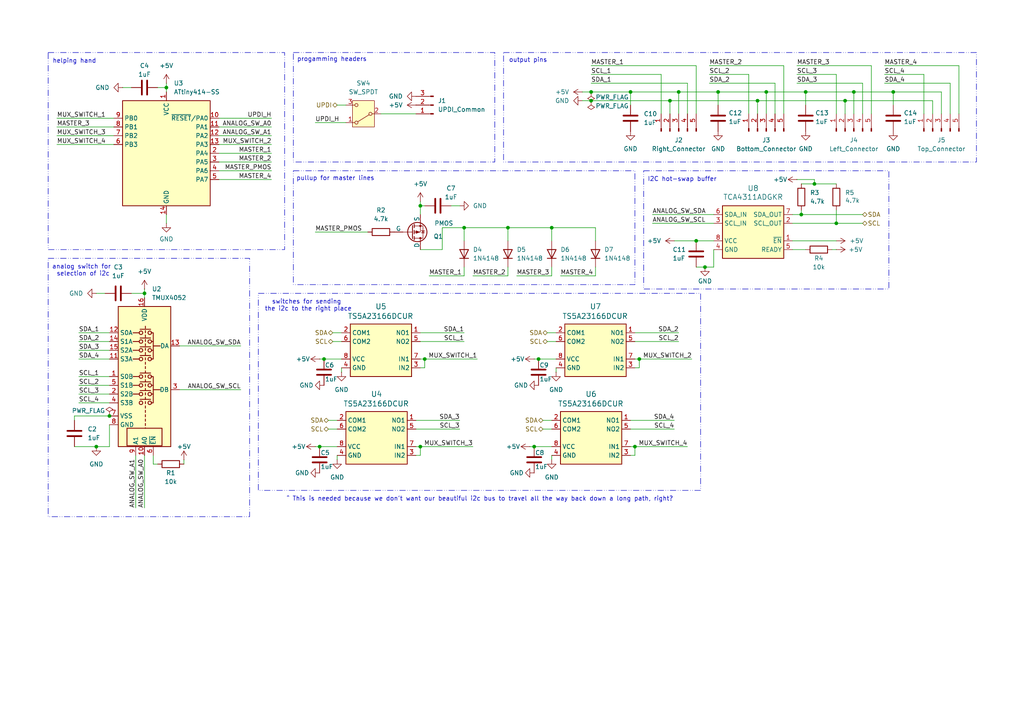
<source format=kicad_sch>
(kicad_sch (version 20250114) (generator "eeschema") (generator_version "9.0")
  (paper "A4")
  (title_block (title "Moonpad Modules") (date "2025-07-05") (rev "1") (company "moonbeeper"))
  (lib_symbols
    (symbol "Connector:Conn_01x03_Pin" (pin_names (offset 1.016) (hide yes))
      (property "Reference" "J" (at 0 5.08 0))
      (property "Value" "Conn_01x03_Pin" (at 0 -5.08 0))
      (symbol "Conn_01x03_Pin_1_1"
        (pin passive line (at 5.08 2.54 180) (length 3.81) (name "Pin_1") (number "1"))
        (pin passive line (at 5.08 0 180) (length 3.81) (name "Pin_2") (number "2"))
        (pin passive line (at 5.08 -2.54 180) (length 3.81) (name "Pin_3") (number "3"))
      )
    )
    (symbol "Connector:Conn_01x05_Pin" (pin_names (offset 1.016) (hide yes))
      (property "Reference" "J" (at 0 7.62 0))
      (property "Value" "Conn_01x05_Pin" (at 0 -7.62 0))
      (symbol "Conn_01x05_Pin_1_1"
        (pin passive line (at 5.08 5.08 180) (length 3.81) (name "Pin_1") (number "1"))
        (pin passive line (at 5.08 2.54 180) (length 3.81) (name "Pin_2") (number "2"))
        (pin passive line (at 5.08 0 180) (length 3.81) (name "Pin_3") (number "3"))
        (pin passive line (at 5.08 -2.54 180) (length 3.81) (name "Pin_4") (number "4"))
        (pin passive line (at 5.08 -5.08 180) (length 3.81) (name "Pin_5") (number "5"))
      )
    )
    (symbol "Device:C" (pin_numbers (hide yes)) (pin_names (offset 0.254))
      (property "Reference" "C" (at 0.635 2.54 0))
      (property "Value" "C" (at 0.635 -2.54 0))
      (symbol "C_1_1"
        (pin passive line (at 0 3.81 270) (length 2.794) (name "~") (number "1"))
        (pin passive line (at 0 -3.81 90) (length 2.794) (name "~") (number "2"))
      )
    )
    (symbol "Device:R" (pin_numbers (hide yes)) (pin_names (offset 0))
      (property "Reference" "R" (at 2.032 0 90))
      (property "Value" "R" (at 0 0 90))
      (symbol "R_1_1"
        (pin passive line (at 0 3.81 270) (length 1.27) (name "~") (number "1"))
        (pin passive line (at 0 -3.81 90) (length 1.27) (name "~") (number "2"))
      )
    )
    (symbol "Diode:1N4148" (pin_numbers (hide yes)) (pin_names (hide yes))
      (property "Reference" "D" (at 0 2.54 0))
      (property "Value" "1N4148" (at 0 -2.54 0))
      (symbol "1N4148_1_1"
        (pin passive line (at -3.81 0 0) (length 2.54) (name "K") (number "1"))
        (pin passive line (at 3.81 0 180) (length 2.54) (name "A") (number "2"))
      )
    )
    (symbol "MCU_Microchip_ATtiny:ATtiny414-SS"
      (property "Reference" "U" (at -12.7 16.51 0))
      (property "Value" "ATtiny414-SS" (at 2.54 -16.51 0))
      (symbol "ATtiny414-SS_1_1"
        (pin bidirectional line (at -15.24 10.16 0) (length 2.54) (name "PB0") (number "9"))
        (pin bidirectional line (at -15.24 7.62 0) (length 2.54) (name "PB1") (number "8"))
        (pin bidirectional line (at -15.24 5.08 0) (length 2.54) (name "PB2") (number "7"))
        (pin bidirectional line (at -15.24 2.54 0) (length 2.54) (name "PB3") (number "6"))
        (pin power_in line (at 0 17.78 270) (length 2.54) (name "VCC") (number "1"))
        (pin power_in line (at 0 -17.78 90) (length 2.54) (name "GND") (number "14"))
        (pin bidirectional line (at 15.24 10.16 180) (length 2.54) (name "~{RESET}/PA0") (number "10"))
        (pin bidirectional line (at 15.24 7.62 180) (length 2.54) (name "PA1") (number "11"))
        (pin bidirectional line (at 15.24 5.08 180) (length 2.54) (name "PA2") (number "12"))
        (pin bidirectional line (at 15.24 2.54 180) (length 2.54) (name "PA3") (number "13"))
        (pin bidirectional line (at 15.24 0 180) (length 2.54) (name "PA4") (number "2"))
        (pin bidirectional line (at 15.24 -2.54 180) (length 2.54) (name "PA5") (number "3"))
        (pin bidirectional line (at 15.24 -5.08 180) (length 2.54) (name "PA6") (number "4"))
        (pin bidirectional line (at 15.24 -7.62 180) (length 2.54) (name "PA7") (number "5"))
      )
    )
    (symbol "Simulation_SPICE:PMOS" (pin_numbers (hide yes)) (pin_names (offset 0))
      (property "Reference" "Q" (at 5.08 1.27 0))
      (property "Value" "PMOS" (at 5.08 -1.27 0))
      (symbol "PMOS_1_1"
        (pin input line (at -5.08 0 0) (length 2.54) (name "G") (number "2"))
        (pin passive line (at 2.54 5.08 270) (length 2.54) (name "D") (number "1"))
        (pin passive line (at 2.54 -5.08 90) (length 2.54) (name "S") (number "3"))
      )
    )
    (symbol "Switch:SW_SPDT" (pin_names (offset 0) (hide yes))
      (property "Reference" "SW" (at 0 5.08 0))
      (property "Value" "SW_SPDT" (at 0 -5.08 0))
      (symbol "SW_SPDT_1_1"
        (pin passive line (at -5.08 0 0) (length 2.54) (name "B") (number "2"))
        (pin passive line (at 5.08 2.54 180) (length 2.54) (name "A") (number "1"))
        (pin passive line (at 5.08 -2.54 180) (length 2.54) (name "C") (number "3"))
      )
    )
    (symbol "kicad_why:TCA4311ADGKR"
      (property "Reference" "U" (at 2.54 20.574 0))
      (property "Value" "TCA4311ADGKR" (at 2.54 17.526 0))
      (symbol "TCA4311ADGKR_1_1"
        (pin bidirectional line (at -11.43 12.7 0) (length 2.54) (name "SDA_IN") (number "6"))
        (pin bidirectional line (at -11.43 10.16 0) (length 2.54) (name "SCL_IN") (number "3"))
        (pin power_in line (at -11.43 5.08 0) (length 2.54) (name "VCC") (number "8"))
        (pin power_in line (at -11.43 2.54 0) (length 2.54) (name "GND") (number "4"))
        (pin bidirectional line (at 11.43 12.7 180) (length 2.54) (name "SDA_OUT") (number "7"))
        (pin bidirectional line (at 11.43 10.16 180) (length 2.54) (name "SCL_OUT") (number "2"))
        (pin input line (at 11.43 5.08 180) (length 2.54) (name "~{EN}") (number "1"))
        (pin input line (at 11.43 2.54 180) (length 2.54) (name "READY") (number "5"))
      )
    )
    (symbol "kicad_why:TMUX4052"
      (property "Reference" "U" (at 1.778 25.527 0))
      (property "Value" "TMUX4052" (at 1.778 23.622 0))
      (symbol "TMUX4052_1_1"
        (pin bidirectional line (at -10.16 13.97 0) (length 2.54) (name "S0A") (number "12"))
        (pin bidirectional line (at -10.16 11.43 0) (length 2.54) (name "S1A") (number "14"))
        (pin bidirectional line (at -10.16 8.89 0) (length 2.54) (name "S2A") (number "15"))
        (pin bidirectional line (at -10.16 6.35 0) (length 2.54) (name "S3A") (number "11"))
        (pin bidirectional line (at -10.16 1.27 0) (length 2.54) (name "S0B") (number "1"))
        (pin bidirectional line (at -10.16 -1.27 0) (length 2.54) (name "S1B") (number "5"))
        (pin bidirectional line (at -10.16 -3.81 0) (length 2.54) (name "S2B") (number "2"))
        (pin bidirectional line (at -10.16 -6.35 0) (length 2.54) (name "S3B") (number "4"))
        (pin power_in line (at -10.16 -10.16 0) (length 2.54) (name "VSS") (number "7"))
        (pin power_in line (at -10.16 -12.7 0) (length 2.54) (name "GND") (number "8"))
        (pin input line (at -2.54 -21.59 90) (length 2.54) (name "A1") (number "9"))
        (pin power_in line (at 0 24.13 270) (length 2.54) (name "VDD") (number "16"))
        (pin bidirectional line (at 0 -21.59 90) (length 2.54) (name "A0") (number "10"))
        (pin input line (at 2.54 -21.59 90) (length 2.54) (name "~{EN}") (number "6"))
        (pin bidirectional line (at 10.16 10.16 180) (length 2.54) (name "DA") (number "13"))
        (pin bidirectional line (at 10.16 -2.54 180) (length 2.54) (name "DB") (number "3"))
      )
    )
    (symbol "kicad_why:TS5A23166DCUR"
      (property "Reference" "U" (at 2.54 20.574 0))
      (property "Value" "TS5A23166DCUR" (at 2.54 17.526 0))
      (symbol "TS5A23166DCUR_1_1"
        (pin bidirectional line (at -11.43 12.7 0) (length 2.54) (name "COM1") (number "2"))
        (pin bidirectional line (at -11.43 10.16 0) (length 2.54) (name "COM2") (number "6"))
        (pin power_in line (at -11.43 5.08 0) (length 2.54) (name "VCC") (number "8"))
        (pin power_in line (at -11.43 2.54 0) (length 2.54) (name "GND") (number "4"))
        (pin bidirectional line (at 11.43 12.7 180) (length 2.54) (name "NO1") (number "1"))
        (pin bidirectional line (at 11.43 10.16 180) (length 2.54) (name "NO2") (number "5"))
        (pin input line (at 11.43 5.08 180) (length 2.54) (name "IN1") (number "7"))
        (pin input line (at 11.43 2.54 180) (length 2.54) (name "IN2") (number "3"))
      )
    )
    (symbol "power:+5V" (power) (pin_numbers (hide yes)) (pin_names (offset 0) (hide yes))
      (property "Value" "+5V" (at 0 3.556 0))
      (symbol "+5V_1_1"
        (pin power_in line (at 0 0 90) (length 0) (name "~") (number "1"))
      )
    )
    (symbol "power:GND" (power) (pin_numbers (hide yes)) (pin_names (offset 0) (hide yes))
      (property "Value" "GND" (at 0 -3.81 0))
      (symbol "GND_1_1"
        (pin power_in line (at 0 0 270) (length 0) (name "~") (number "1"))
      )
    )
    (symbol "power:PWR_FLAG" (power) (pin_numbers (hide yes)) (pin_names (offset 0) (hide yes))
      (property "Value" "PWR_FLAG" (at 0 3.81 0))
      (symbol "PWR_FLAG_0_0"
        (pin power_out line (at 0 0 90) (length 0) (name "~") (number "1"))
      )
    )
  )
  (rectangle (start 186.69 49.53) (end 257.81 83.82) (stroke (width 0) (type dash_dot_dot)))
  (rectangle (start 85.09 49.53) (end 184.15 82.55) (stroke (width 0) (type dash_dot_dot)))
  (rectangle (start 13.97 74.93) (end 72.39 149.86) (stroke (width 0) (type dash_dot_dot)))
  (rectangle (start 13.97 15.24) (end 82.55 72.39) (stroke (width 0) (type dash_dot_dot)))
  (rectangle (start 74.93 85.09) (end 203.2 142.24) (stroke (width 0) (type dash_dot_dot)))
  (rectangle (start 146.05 15.24) (end 283.21 46.99) (stroke (width 0) (type dash_dot_dot)))
  (rectangle (start 85.09 15.24) (end 143.51 46.99) (stroke (width 0) (type dash_dot_dot)))
  (text "helping hand" (at 21.59 17.78 0) (effects (font (size 1.27 1.27))))
  (text "progamming headers" (at 96.266 17.272 0) (effects (font (size 1.27 1.27))))
  (text "I2C hot-swap buffer" (at 197.866 52.07 0) (effects (font (size 1.27 1.27))))
  (text "pullup for master lines" (at 97.282 51.816 0) (effects (font (size 1.27 1.27))))
  (text "output pins\n" (at 153.162 17.526 0) (effects (font (size 1.27 1.27))))
  (text "switches for sending \nthe i2c to the right place" (at 89.408 88.646 0) (effects (font (size 1.27 1.27))))
  (text "^ This is needed because we don't want our beautiful i2c bus to travel all the way back down a long path, right?" (at 139.192 144.78 0) (effects (font (size 1.27 1.27))))
  (text "analog switch for \nselection of i2c" (at 24.13 78.486 0) (effects (font (size 1.27 1.27))))
  (junction (at 194.31 29.21))
  (junction (at 245.11 29.21))
  (junction (at 160.02 66.04))
  (junction (at 171.45 26.67))
  (junction (at 201.93 69.85))
  (junction (at 27.94 129.54))
  (junction (at 185.42 104.14))
  (junction (at 92.71 129.54))
  (junction (at 147.32 66.04))
  (junction (at 232.41 62.23))
  (junction (at 171.45 29.21))
  (junction (at 247.65 26.67))
  (junction (at 121.92 59.69))
  (junction (at 184.15 129.54))
  (junction (at 219.71 29.21))
  (junction (at 123.19 104.14))
  (junction (at 93.98 104.14))
  (junction (at 41.91 85.09))
  (junction (at 182.88 26.67))
  (junction (at 204.47 77.47))
  (junction (at 156.21 104.14))
  (junction (at 31.75 120.65))
  (junction (at 121.92 129.54))
  (junction (at 259.08 26.67))
  (junction (at 154.94 129.54))
  (junction (at 233.68 26.67))
  (junction (at 222.25 26.67))
  (junction (at 208.28 26.67))
  (junction (at 242.57 64.77))
  (junction (at 134.62 66.04))
  (junction (at 196.85 26.67))
  (junction (at 236.22 53.34))
  (junction (at 48.26 25.4))
  (wire (pts (xy 232.41 53.34) (xy 236.22 53.34)))
  (wire (pts (xy 222.25 26.67) (xy 233.68 26.67)))
  (wire (pts (xy 21.59 120.65) (xy 21.59 121.92)))
  (wire (pts (xy 196.85 26.67) (xy 196.85 33.02)))
  (wire (pts (xy 201.93 69.85) (xy 207.01 69.85)))
  (wire (pts (xy 259.08 26.67) (xy 259.08 30.48)))
  (wire (pts (xy 171.45 19.05) (xy 201.93 19.05)))
  (wire (pts (xy 48.26 25.4) (xy 48.26 26.67)))
  (wire (pts (xy 91.44 67.31) (xy 106.68 67.31)))
  (wire (pts (xy 196.85 99.06) (xy 184.15 99.06)))
  (wire (pts (xy 233.68 26.67) (xy 247.65 26.67)))
  (wire (pts (xy 160.02 133.35) (xy 160.02 132.08)))
  (wire (pts (xy 128.27 66.04) (xy 134.62 66.04)))
  (wire (pts (xy 172.72 66.04) (xy 160.02 66.04)))
  (wire (pts (xy 123.19 104.14) (xy 121.92 104.14)))
  (wire (pts (xy 194.31 29.21) (xy 194.31 33.02)))
  (wire (pts (xy 227.33 19.05) (xy 227.33 33.02)))
  (wire (pts (xy 195.58 124.46) (xy 182.88 124.46)))
  (wire (pts (xy 44.45 134.62) (xy 44.45 132.08)))
  (wire (pts (xy 182.88 132.08) (xy 184.15 132.08)))
  (wire (pts (xy 256.54 21.59) (xy 267.97 21.59)))
  (wire (pts (xy 45.72 25.4) (xy 48.26 25.4)))
  (wire (pts (xy 195.58 69.85) (xy 201.93 69.85)))
  (wire (pts (xy 184.15 106.68) (xy 185.42 106.68)))
  (wire (pts (xy 16.51 34.29) (xy 33.02 34.29)))
  (wire (pts (xy 242.57 64.77) (xy 229.87 64.77)))
  (wire (pts (xy 92.71 129.54) (xy 97.79 129.54)))
  (wire (pts (xy 217.17 21.59) (xy 217.17 33.02)))
  (wire (pts (xy 91.44 35.56) (xy 100.33 35.56)))
  (wire (pts (xy 93.98 104.14) (xy 99.06 104.14)))
  (wire (pts (xy 121.92 106.68) (xy 123.19 106.68)))
  (wire (pts (xy 63.5 44.45) (xy 78.74 44.45)))
  (wire (pts (xy 138.43 104.14) (xy 123.19 104.14)))
  (wire (pts (xy 133.35 59.69) (xy 130.81 59.69)))
  (wire (pts (xy 245.11 29.21) (xy 245.11 33.02)))
  (wire (pts (xy 161.29 107.95) (xy 161.29 106.68)))
  (wire (pts (xy 171.45 26.67) (xy 182.88 26.67)))
  (wire (pts (xy 95.25 124.46) (xy 97.79 124.46)))
  (wire (pts (xy 156.21 104.14) (xy 161.29 104.14)))
  (wire (pts (xy 229.87 69.85) (xy 242.57 69.85)))
  (wire (pts (xy 158.75 96.52) (xy 161.29 96.52)))
  (wire (pts (xy 205.74 21.59) (xy 217.17 21.59)))
  (wire (pts (xy 233.68 26.67) (xy 233.68 30.48)))
  (wire (pts (xy 110.49 33.02) (xy 120.65 33.02)))
  (wire (pts (xy 195.58 121.92) (xy 182.88 121.92)))
  (wire (pts (xy 242.57 64.77) (xy 250.19 64.77)))
  (wire (pts (xy 259.08 26.67) (xy 273.05 26.67)))
  (wire (pts (xy 231.14 21.59) (xy 242.57 21.59)))
  (wire (pts (xy 78.74 36.83) (xy 63.5 36.83)))
  (wire (pts (xy 204.47 77.47) (xy 207.01 77.47)))
  (wire (pts (xy 158.75 99.06) (xy 161.29 99.06)))
  (wire (pts (xy 219.71 29.21) (xy 245.11 29.21)))
  (wire (pts (xy 200.66 104.14) (xy 185.42 104.14)))
  (wire (pts (xy 22.86 96.52) (xy 31.75 96.52)))
  (wire (pts (xy 44.45 134.62) (xy 45.72 134.62)))
  (wire (pts (xy 27.94 129.54) (xy 31.75 129.54)))
  (wire (pts (xy 189.23 62.23) (xy 207.01 62.23)))
  (wire (pts (xy 16.51 39.37) (xy 33.02 39.37)))
  (wire (pts (xy 231.14 19.05) (xy 252.73 19.05)))
  (wire (pts (xy 256.54 24.13) (xy 275.59 24.13)))
  (wire (pts (xy 123.19 59.69) (xy 121.92 59.69)))
  (wire (pts (xy 78.74 34.29) (xy 63.5 34.29)))
  (wire (pts (xy 236.22 52.07) (xy 236.22 53.34)))
  (wire (pts (xy 78.74 39.37) (xy 63.5 39.37)))
  (wire (pts (xy 196.85 96.52) (xy 184.15 96.52)))
  (wire (pts (xy 21.59 129.54) (xy 27.94 129.54)))
  (wire (pts (xy 124.46 80.01) (xy 134.62 80.01)))
  (wire (pts (xy 121.92 59.69) (xy 121.92 58.42)))
  (wire (pts (xy 35.56 25.4) (xy 38.1 25.4)))
  (wire (pts (xy 171.45 24.13) (xy 199.39 24.13)))
  (wire (pts (xy 97.79 133.35) (xy 97.79 132.08)))
  (wire (pts (xy 172.72 77.47) (xy 172.72 80.01)))
  (wire (pts (xy 168.91 29.21) (xy 171.45 29.21)))
  (wire (pts (xy 147.32 77.47) (xy 147.32 80.01)))
  (wire (pts (xy 96.52 96.52) (xy 99.06 96.52)))
  (wire (pts (xy 247.65 26.67) (xy 247.65 33.02)))
  (wire (pts (xy 133.35 124.46) (xy 120.65 124.46)))
  (wire (pts (xy 39.37 147.32) (xy 39.37 132.08)))
  (wire (pts (xy 31.75 129.54) (xy 31.75 123.19)))
  (wire (pts (xy 208.28 26.67) (xy 222.25 26.67)))
  (wire (pts (xy 205.74 19.05) (xy 227.33 19.05)))
  (wire (pts (xy 133.35 121.92) (xy 120.65 121.92)))
  (wire (pts (xy 208.28 26.67) (xy 208.28 30.48)))
  (wire (pts (xy 121.92 59.69) (xy 121.92 62.23)))
  (wire (pts (xy 275.59 24.13) (xy 275.59 33.02)))
  (wire (pts (xy 121.92 132.08) (xy 121.92 129.54)))
  (wire (pts (xy 201.93 77.47) (xy 204.47 77.47)))
  (wire (pts (xy 154.94 129.54) (xy 160.02 129.54)))
  (wire (pts (xy 273.05 26.67) (xy 273.05 33.02)))
  (wire (pts (xy 96.52 99.06) (xy 99.06 99.06)))
  (wire (pts (xy 242.57 72.39) (xy 241.3 72.39)))
  (wire (pts (xy 168.91 26.67) (xy 171.45 26.67)))
  (wire (pts (xy 270.51 29.21) (xy 270.51 33.02)))
  (wire (pts (xy 185.42 104.14) (xy 184.15 104.14)))
  (wire (pts (xy 48.26 24.13) (xy 48.26 25.4)))
  (wire (pts (xy 232.41 62.23) (xy 229.87 62.23)))
  (wire (pts (xy 99.06 107.95) (xy 99.06 106.68)))
  (wire (pts (xy 184.15 129.54) (xy 182.88 129.54)))
  (wire (pts (xy 224.79 24.13) (xy 224.79 33.02)))
  (wire (pts (xy 95.25 121.92) (xy 97.79 121.92)))
  (wire (pts (xy 69.85 100.33) (xy 52.07 100.33)))
  (wire (pts (xy 160.02 69.85) (xy 160.02 66.04)))
  (wire (pts (xy 194.31 29.21) (xy 219.71 29.21)))
  (wire (pts (xy 27.94 85.09) (xy 30.48 85.09)))
  (wire (pts (xy 22.86 111.76) (xy 31.75 111.76)))
  (wire (pts (xy 196.85 26.67) (xy 208.28 26.67)))
  (wire (pts (xy 278.13 19.05) (xy 278.13 33.02)))
  (wire (pts (xy 231.14 52.07) (xy 236.22 52.07)))
  (wire (pts (xy 242.57 21.59) (xy 242.57 33.02)))
  (wire (pts (xy 147.32 66.04) (xy 160.02 66.04)))
  (wire (pts (xy 157.48 121.92) (xy 160.02 121.92)))
  (wire (pts (xy 78.74 52.07) (xy 63.5 52.07)))
  (wire (pts (xy 231.14 24.13) (xy 250.19 24.13)))
  (wire (pts (xy 22.86 109.22) (xy 31.75 109.22)))
  (wire (pts (xy 267.97 21.59) (xy 267.97 33.02)))
  (wire (pts (xy 154.94 104.14) (xy 156.21 104.14)))
  (wire (pts (xy 128.27 66.04) (xy 128.27 72.39)))
  (wire (pts (xy 199.39 129.54) (xy 184.15 129.54)))
  (wire (pts (xy 92.71 104.14) (xy 93.98 104.14)))
  (wire (pts (xy 222.25 26.67) (xy 222.25 33.02)))
  (wire (pts (xy 219.71 29.21) (xy 219.71 33.02)))
  (wire (pts (xy 120.65 132.08) (xy 121.92 132.08)))
  (wire (pts (xy 134.62 77.47) (xy 134.62 80.01)))
  (wire (pts (xy 147.32 69.85) (xy 147.32 66.04)))
  (wire (pts (xy 171.45 29.21) (xy 194.31 29.21)))
  (wire (pts (xy 33.02 36.83) (xy 16.51 36.83)))
  (wire (pts (xy 22.86 116.84) (xy 31.75 116.84)))
  (wire (pts (xy 189.23 64.77) (xy 207.01 64.77)))
  (wire (pts (xy 48.26 64.77) (xy 48.26 62.23)))
  (wire (pts (xy 184.15 132.08) (xy 184.15 129.54)))
  (wire (pts (xy 22.86 104.14) (xy 31.75 104.14)))
  (wire (pts (xy 242.57 60.96) (xy 242.57 64.77)))
  (wire (pts (xy 201.93 19.05) (xy 201.93 33.02)))
  (wire (pts (xy 199.39 24.13) (xy 199.39 33.02)))
  (wire (pts (xy 137.16 80.01) (xy 147.32 80.01)))
  (wire (pts (xy 31.75 120.65) (xy 21.59 120.65)))
  (wire (pts (xy 149.86 80.01) (xy 160.02 80.01)))
  (wire (pts (xy 252.73 19.05) (xy 252.73 33.02)))
  (wire (pts (xy 137.16 129.54) (xy 121.92 129.54)))
  (wire (pts (xy 247.65 26.67) (xy 259.08 26.67)))
  (wire (pts (xy 207.01 77.47) (xy 207.01 72.39)))
  (wire (pts (xy 182.88 26.67) (xy 196.85 26.67)))
  (wire (pts (xy 182.88 26.67) (xy 182.88 30.48)))
  (wire (pts (xy 41.91 147.32) (xy 41.91 132.08)))
  (wire (pts (xy 191.77 21.59) (xy 191.77 33.02)))
  (wire (pts (xy 171.45 21.59) (xy 191.77 21.59)))
  (wire (pts (xy 78.74 41.91) (xy 63.5 41.91)))
  (wire (pts (xy 91.44 129.54) (xy 92.71 129.54)))
  (wire (pts (xy 22.86 101.6) (xy 31.75 101.6)))
  (wire (pts (xy 232.41 60.96) (xy 232.41 62.23)))
  (wire (pts (xy 250.19 24.13) (xy 250.19 33.02)))
  (wire (pts (xy 232.41 62.23) (xy 250.19 62.23)))
  (wire (pts (xy 153.67 129.54) (xy 154.94 129.54)))
  (wire (pts (xy 22.86 99.06) (xy 31.75 99.06)))
  (wire (pts (xy 123.19 106.68) (xy 123.19 104.14)))
  (wire (pts (xy 245.11 29.21) (xy 270.51 29.21)))
  (wire (pts (xy 134.62 66.04) (xy 147.32 66.04)))
  (wire (pts (xy 185.42 106.68) (xy 185.42 104.14)))
  (wire (pts (xy 128.27 72.39) (xy 121.92 72.39)))
  (wire (pts (xy 172.72 69.85) (xy 172.72 66.04)))
  (wire (pts (xy 160.02 77.47) (xy 160.02 80.01)))
  (wire (pts (xy 162.56 80.01) (xy 172.72 80.01)))
  (wire (pts (xy 53.34 133.35) (xy 53.34 134.62)))
  (wire (pts (xy 256.54 19.05) (xy 278.13 19.05)))
  (wire (pts (xy 41.91 83.82) (xy 41.91 85.09)))
  (wire (pts (xy 22.86 114.3) (xy 31.75 114.3)))
  (wire (pts (xy 205.74 24.13) (xy 224.79 24.13)))
  (wire (pts (xy 69.85 113.03) (xy 52.07 113.03)))
  (wire (pts (xy 157.48 124.46) (xy 160.02 124.46)))
  (wire (pts (xy 236.22 53.34) (xy 242.57 53.34)))
  (wire (pts (xy 134.62 96.52) (xy 121.92 96.52)))
  (wire (pts (xy 16.51 41.91) (xy 33.02 41.91)))
  (wire (pts (xy 121.92 129.54) (xy 120.65 129.54)))
  (wire (pts (xy 38.1 85.09) (xy 41.91 85.09)))
  (wire (pts (xy 97.79 30.48) (xy 100.33 30.48)))
  (wire (pts (xy 78.74 49.53) (xy 63.5 49.53)))
  (wire (pts (xy 134.62 99.06) (xy 121.92 99.06)))
  (wire (pts (xy 134.62 69.85) (xy 134.62 66.04)))
  (wire (pts (xy 233.68 72.39) (xy 229.87 72.39)))
  (wire (pts (xy 41.91 85.09) (xy 41.91 86.36)))
  (wire (pts (xy 63.5 46.99) (xy 78.74 46.99)))
  (label "ANALOG_SW_A0" (at 78.74 36.83 180))
  (label "MASTER_3" (at 231.14 19.05 0))
  (label "MASTER_2" (at 205.74 19.05 0))
  (label "SCL_4" (at 22.86 116.84 0))
  (label "SCL_2" (at 196.85 99.06 180))
  (label "SDA_1" (at 171.45 24.13 0))
  (label "SCL_1" (at 134.62 99.06 180))
  (label "MASTER_3" (at 149.86 80.01 0))
  (label "SDA_3" (at 231.14 24.13 0))
  (label "SCL_3" (at 133.35 124.46 180))
  (label "MUX_SWITCH_1" (at 138.43 104.14 180))
  (label "MASTER_4" (at 162.56 80.01 0))
  (label "SCL_1" (at 22.86 109.22 0))
  (label "ANALOG_SW_A1" (at 39.37 147.32 90))
  (label "SDA_4" (at 256.54 24.13 0))
  (label "MUX_SWITCH_3" (at 16.51 39.37 0))
  (label "MASTER_2" (at 78.74 46.99 180))
  (label "SDA_3" (at 133.35 121.92 180))
  (label "SDA_4" (at 195.58 121.92 180))
  (label "MASTER_4" (at 78.74 52.07 180))
  (label "MUX_SWITCH_2" (at 200.66 104.14 180))
  (label "UPDI_H" (at 78.74 34.29 180))
  (label "SDA_4" (at 22.86 104.14 0))
  (label "SCL_2" (at 205.74 21.59 0))
  (label "ANALOG_SW_SDA" (at 69.85 100.33 180))
  (label "SDA_1" (at 22.86 96.52 0))
  (label "SDA_2" (at 196.85 96.52 180))
  (label "UPDI_H" (at 91.44 35.56 0))
  (label "MUX_SWITCH_2" (at 78.74 41.91 180))
  (label "SDA_3" (at 22.86 101.6 0))
  (label "MUX_SWITCH_4" (at 16.51 41.91 0))
  (label "SCL_2" (at 22.86 111.76 0))
  (label "SDA_1" (at 134.62 96.52 180))
  (label "SCL_4" (at 195.58 124.46 180))
  (label "SCL_3" (at 22.86 114.3 0))
  (label "SCL_1" (at 171.45 21.59 0))
  (label "SCL_3" (at 231.14 21.59 0))
  (label "ANALOG_SW_SCL" (at 69.85 113.03 180))
  (label "MASTER_1" (at 171.45 19.05 0))
  (label "SDA_2" (at 22.86 99.06 0))
  (label "MASTER_1" (at 78.74 44.45 180))
  (label "MASTER_3" (at 16.51 36.83 0))
  (label "SDA_2" (at 205.74 24.13 0))
  (label "MUX_SWITCH_4" (at 199.39 129.54 180))
  (label "MASTER_PMOS" (at 78.74 49.53 180))
  (label "MASTER_2" (at 137.16 80.01 0))
  (label "ANALOG_SW_SDA" (at 189.23 62.23 0))
  (label "MASTER_PMOS" (at 91.44 67.31 0))
  (label "MUX_SWITCH_1" (at 16.51 34.29 0))
  (label "ANALOG_SW_A0" (at 41.91 147.32 90))
  (label "ANALOG_SW_SCL" (at 189.23 64.77 0))
  (label "MASTER_4" (at 256.54 19.05 0))
  (label "MUX_SWITCH_3" (at 137.16 129.54 180))
  (label "MASTER_1" (at 124.46 80.01 0))
  (label "ANALOG_SW_A1" (at 78.74 39.37 180))
  (label "SCL_4" (at 256.54 21.59 0))
  (hierarchical_label "SDA" (shape bidirectional) (at 157.48 121.92 180))
  (hierarchical_label "UPDI" (shape bidirectional) (at 97.79 30.48 180))
  (hierarchical_label "SDA" (shape bidirectional) (at 158.75 96.52 180))
  (hierarchical_label "SCL" (shape bidirectional) (at 158.75 99.06 180))
  (hierarchical_label "SCL" (shape bidirectional) (at 157.48 124.46 180))
  (hierarchical_label "SCL" (shape bidirectional) (at 250.19 64.77 0))
  (hierarchical_label "SDA" (shape bidirectional) (at 95.25 121.92 180))
  (hierarchical_label "SDA" (shape bidirectional) (at 250.19 62.23 0))
  (hierarchical_label "SCL" (shape bidirectional) (at 96.52 99.06 180))
  (hierarchical_label "SDA" (shape bidirectional) (at 96.52 96.52 180))
  (hierarchical_label "SCL" (shape bidirectional) (at 95.25 124.46 180))
  (symbol (lib_id "power:+5V") (at 121.92 58.42 0) (unit 1)
    (property "Reference" "#PWR022" (effects (hide yes)))
    (property "Value" "+5V" (at 121.92 53.34 0))
    (property "Description" "Power symbol creates a global label with name \"+5V\"" (effects (hide yes)))
  )
  (symbol (lib_id "Device:R") (at 237.49 72.39 90) (unit 1)
    (property "Reference" "R4" (at 237.49 74.93 90))
    (property "Value" "10k" (at 237.49 77.47 90))
    (property "Footprint" "Resistor_SMD:R_0805_2012Metric_Pad1.20x1.40mm_HandSolder" (effects (hide yes)))
    (property "Description" "Resistor" (effects (hide yes)))
    (property "LCSC" "C17414" (effects (hide yes)))
  )
  (symbol (lib_id "power:+5V") (at 168.91 26.67 90) (unit 1)
    (property "Reference" "#PWR030" (effects (hide yes)))
    (property "Value" "+5V" (at 165.1 26.6699 90) (effects (justify left)))
    (property "Description" "Power symbol creates a global label with name \"+5V\"" (effects (hide yes)))
  )
  (symbol (lib_id "Device:C") (at 201.93 73.66 0) (unit 1)
    (property "Reference" "C11" (at 195.072 72.39 0) (effects (justify left)))
    (property "Value" "1uF" (at 195.072 74.93 0) (effects (justify left)))
    (property "Footprint" "Capacitor_SMD:C_0805_2012Metric_Pad1.18x1.45mm_HandSolder" (effects (hide yes)))
    (property "Description" "Unpolarized capacitor" (effects (hide yes)))
    (property "LCSC" "C116352" (effects (hide yes)))
  )
  (symbol (lib_id "Device:C") (at 259.08 34.29 0) (unit 1)
    (property "Reference" "C14" (at 262.128 32.766 0) (effects (justify left)))
    (property "Value" "1uF" (at 262.128 35.306 0) (effects (justify left)))
    (property "Footprint" "Capacitor_SMD:C_0805_2012Metric_Pad1.18x1.45mm_HandSolder" (effects (hide yes)))
    (property "Description" "Unpolarized capacitor" (effects (hide yes)))
    (property "LCSC" "C116352" (effects (hide yes)))
  )
  (symbol (lib_id "power:+5V") (at 92.71 104.14 90) (unit 1)
    (property "Reference" "#PWR015" (effects (hide yes)))
    (property "Value" "+5V" (at 89.916 104.14 90) (effects (justify left)))
    (property "Description" "Power symbol creates a global label with name \"+5V\"" (effects (hide yes)))
  )
  (symbol (lib_id "Device:C") (at 92.71 133.35 180) (unit 1)
    (property "Reference" "C5" (at 92.964 131.318 0) (effects (justify right)))
    (property "Value" "1uF" (at 92.964 135.382 0) (effects (justify right)))
    (property "Footprint" "Capacitor_SMD:C_0805_2012Metric_Pad1.18x1.45mm_HandSolder" (effects (hide yes)))
    (property "Description" "Unpolarized capacitor" (effects (hide yes)))
    (property "LCSC" "C116352" (effects (hide yes)))
  )
  (symbol (lib_id "power:GND") (at 97.79 133.35 0) (unit 1)
    (property "Reference" "#PWR018" (effects (hide yes)))
    (property "Value" "GND" (at 97.79 138.43 0))
    (property "Description" "Power symbol creates a global label with name \"GND\" , ground" (effects (hide yes)))
  )
  (symbol (lib_id "Device:C") (at 41.91 25.4 90) (unit 1)
    (property "Reference" "C4" (at 41.91 19.05 90))
    (property "Value" "1uF" (at 41.91 21.59 90))
    (property "Footprint" "Capacitor_SMD:C_0805_2012Metric_Pad1.18x1.45mm_HandSolder" (effects (hide yes)))
    (property "Description" "Unpolarized capacitor" (effects (hide yes)))
    (property "LCSC" "C116352" (effects (hide yes)))
  )
  (symbol (lib_id "power:+5V") (at 242.57 69.85 270) (unit 1)
    (property "Reference" "#PWR038" (effects (hide yes)))
    (property "Value" "+5V" (at 246.38 69.8499 90) (effects (justify left)))
    (property "Description" "Power symbol creates a global label with name \"+5V\"" (effects (hide yes)))
  )
  (symbol (lib_id "Connector:Conn_01x05_Pin") (at 222.25 38.1 90) (unit 1)
    (property "Reference" "J3" (at 222.25 40.64 90))
    (property "Value" "Bottom_Connector" (at 222.25 43.18 90))
    (property "Footprint" "Connector_PinHeader_2.54mm:PinHeader_1x05_P2.54mm_Vertical" (effects (hide yes)))
    (property "Description" "Generic connector, single row, 01x05, script generated" (effects (hide yes)))
  )
  (symbol (lib_id "power:+5V") (at 41.91 83.82 0) (unit 1)
    (property "Reference" "#PWR010" (effects (hide yes)))
    (property "Value" "+5V" (at 41.91 78.74 0))
    (property "Description" "Power symbol creates a global label with name \"+5V\"" (effects (hide yes)))
  )
  (symbol (lib_id "Device:C") (at 156.21 107.95 180) (unit 1)
    (property "Reference" "C9" (at 156.464 105.918 0) (effects (justify right)))
    (property "Value" "1uF" (at 156.464 109.982 0) (effects (justify right)))
    (property "Footprint" "Capacitor_SMD:C_0805_2012Metric_Pad1.18x1.45mm_HandSolder" (effects (hide yes)))
    (property "Description" "Unpolarized capacitor" (effects (hide yes)))
    (property "LCSC" "C116352" (effects (hide yes)))
  )
  (symbol (lib_id "Connector:Conn_01x05_Pin") (at 273.05 38.1 90) (unit 1)
    (property "Reference" "J5" (at 273.05 40.64 90))
    (property "Value" "Top_Connector" (at 273.05 43.18 90))
    (property "Footprint" "Connector_PinHeader_2.54mm:PinHeader_1x05_P2.54mm_Vertical" (effects (hide yes)))
    (property "Description" "Generic connector, single row, 01x05, script generated" (effects (hide yes)))
  )
  (symbol (lib_id "power:GND") (at 92.71 137.16 270) (unit 1)
    (property "Reference" "#PWR016" (effects (hide yes)))
    (property "Value" "GND" (at 89.662 137.16 90) (effects (justify right)))
    (property "Description" "Power symbol creates a global label with name \"GND\" , ground" (effects (hide yes)))
  )
  (symbol (lib_id "Device:C") (at 21.59 125.73 0) (unit 1)
    (property "Reference" "C2" (at 25.4 124.4599 0) (effects (justify left)))
    (property "Value" "1uF" (at 25.4 126.9999 0) (effects (justify left)))
    (property "Footprint" "Capacitor_SMD:C_0805_2012Metric_Pad1.18x1.45mm_HandSolder" (effects (hide yes)))
    (property "Description" "Unpolarized capacitor" (effects (hide yes)))
    (property "LCSC" "C116352" (effects (hide yes)))
  )
  (symbol (lib_id "Simulation_SPICE:PMOS") (at 119.38 67.31 0) (mirror x) (unit 1)
    (property "Reference" "Q1" (at 125.73 68.5801 0) (effects (justify left)))
    (property "Value" "PMOS" (at 125.984 64.77 0) (effects (justify left)))
    (property "Footprint" "kicad_why:SOT-23_Handsoldering" (effects (hide yes)))
    (property "Datasheet" "https://ngspice.sourceforge.io/docs/ngspice-html-manual/manual.xhtml#cha_MOSFETs" (effects (hide yes)))
    (property "Description" "P-MOSFET transistor, drain/source/gate" (effects (hide yes)))
    (property "Sim.Device" "PMOS" (effects (hide yes)))
    (property "Sim.Type" "VDMOS" (effects (hide yes)))
    (property "Sim.Pins" "1=D 2=G 3=S" (effects (hide yes)))
    (property "LCSC" "C15127" (effects (hide yes)))
  )
  (symbol (lib_id "Device:C") (at 127 59.69 270) (unit 1)
    (property "Reference" "C7" (at 130.81 54.61 90))
    (property "Value" "1uF" (at 130.81 57.15 90))
    (property "Footprint" "Capacitor_SMD:C_0805_2012Metric_Pad1.18x1.45mm_HandSolder" (effects (hide yes)))
    (property "Description" "Unpolarized capacitor" (effects (hide yes)))
    (property "LCSC" "C116352" (effects (hide yes)))
  )
  (symbol (lib_id "power:+5V") (at 153.67 129.54 90) (unit 1)
    (property "Reference" "#PWR024" (effects (hide yes)))
    (property "Value" "+5V" (at 150.876 129.54 90) (effects (justify left)))
    (property "Description" "Power symbol creates a global label with name \"+5V\"" (effects (hide yes)))
  )
  (symbol (lib_id "kicad_why:TS5A23166DCUR") (at 172.72 109.22 0) (unit 1)
    (property "Reference" "U7" (at 172.72 88.9 0) (effects (font (size 1.524 1.524))))
    (property "Value" "TS5A23166DCUR" (at 163.068 91.694 0) (effects (font (size 1.524 1.524)) (justify left)))
    (property "Footprint" "Package_SO:VSSOP-8_2.3x2mm_P0.5mm" (effects (hide yes)))
    (property "Datasheet" "https://www.ti.com/lit/ds/symlink/ts5a23166.pdf" (effects (hide yes)))
    (property "Description" "0.9-Ω dual SPST analog switch 5-V, 3.3V 2-channel normally open, VSSOP (8)" (effects (hide yes)))
    (property "LCSC" "C49148" (effects (hide yes)))
  )
  (symbol (lib_id "power:GND") (at 156.21 111.76 270) (unit 1)
    (property "Reference" "#PWR027" (effects (hide yes)))
    (property "Value" "GND" (at 153.162 111.76 90) (effects (justify right)))
    (property "Description" "Power symbol creates a global label with name \"GND\" , ground" (effects (hide yes)))
  )
  (symbol (lib_id "Diode:1N4148") (at 160.02 73.66 90) (unit 1)
    (property "Reference" "D6" (at 162.56 72.3899 90) (effects (justify right)))
    (property "Value" "1N4148" (at 162.56 74.9299 90) (effects (justify right)))
    (property "Footprint" "Diode_SMD:D_MiniMELF_Handsoldering" (effects (hide yes)))
    (property "Datasheet" "https://assets.nexperia.com/documents/data-sheet/1N4148_1N4448.pdf" (effects (hide yes)))
    (property "Description" "100V 0.15A standard switching diode, DO-35" (effects (hide yes)))
    (property "Sim.Device" "D" (effects (hide yes)))
    (property "Sim.Pins" "1=K 2=A" (effects (hide yes)))
    (property "LCSC" "C68883" (effects (hide yes)))
  )
  (symbol (lib_id "power:GND") (at 133.35 59.69 90) (unit 1)
    (property "Reference" "#PWR023" (effects (hide yes)))
    (property "Value" "GND" (at 137.16 59.6899 90) (effects (justify right)))
    (property "Description" "Power symbol creates a global label with name \"GND\" , ground" (effects (hide yes)))
  )
  (symbol (lib_id "Connector:Conn_01x05_Pin") (at 196.85 38.1 90) (unit 1)
    (property "Reference" "J2" (at 196.85 40.64 90))
    (property "Value" "Right_Connector" (at 196.85 43.18 90))
    (property "Footprint" "Connector_PinHeader_2.54mm:PinHeader_1x05_P2.54mm_Vertical" (effects (hide yes)))
    (property "Description" "Generic connector, single row, 01x05, script generated" (effects (hide yes)))
  )
  (symbol (lib_id "power:GND") (at 204.47 77.47 0) (unit 1)
    (property "Reference" "#PWR034" (effects (hide yes)))
    (property "Value" "GND" (at 204.47 81.534 0))
    (property "Description" "Power symbol creates a global label with name \"GND\" , ground" (effects (hide yes)))
  )
  (symbol (lib_id "Device:R") (at 242.57 57.15 0) (unit 1)
    (property "Reference" "R5" (at 245.11 55.8799 0) (effects (justify left)))
    (property "Value" "4.7k" (at 245.11 58.166 0) (effects (justify left)))
    (property "Footprint" "Resistor_SMD:R_0805_2012Metric_Pad1.20x1.40mm_HandSolder" (effects (hide yes)))
    (property "Description" "Resistor" (effects (hide yes)))
    (property "LCSC" "C60816" (effects (hide yes)))
  )
  (symbol (lib_id "power:+5V") (at 154.94 104.14 90) (unit 1)
    (property "Reference" "#PWR025" (effects (hide yes)))
    (property "Value" "+5V" (at 152.146 104.14 90) (effects (justify left)))
    (property "Description" "Power symbol creates a global label with name \"+5V\"" (effects (hide yes)))
  )
  (symbol (lib_id "power:+5V") (at 195.58 69.85 90) (unit 1)
    (property "Reference" "#PWR033" (effects (hide yes)))
    (property "Value" "+5V" (at 191.77 69.8499 90) (effects (justify left)))
    (property "Description" "Power symbol creates a global label with name \"+5V\"" (effects (hide yes)))
  )
  (symbol (lib_id "Device:R") (at 110.49 67.31 270) (unit 1)
    (property "Reference" "R2" (at 110.49 60.96 90))
    (property "Value" "4.7k" (at 110.49 63.5 90))
    (property "Footprint" "Resistor_SMD:R_0805_2012Metric_Pad1.20x1.40mm_HandSolder" (effects (hide yes)))
    (property "Description" "Resistor" (effects (hide yes)))
    (property "LCSC" "C60816" (effects (hide yes)))
  )
  (symbol (lib_id "power:GND") (at 168.91 29.21 270) (unit 1)
    (property "Reference" "#PWR031" (effects (hide yes)))
    (property "Value" "GND" (at 165.1 29.2099 90) (effects (justify right)))
    (property "Description" "Power symbol creates a global label with name \"GND\" , ground" (effects (hide yes)))
  )
  (symbol (lib_id "power:GND") (at 161.29 107.95 0) (unit 1)
    (property "Reference" "#PWR029" (effects (hide yes)))
    (property "Value" "GND" (at 161.29 113.03 0))
    (property "Description" "Power symbol creates a global label with name \"GND\" , ground" (effects (hide yes)))
  )
  (symbol (lib_id "power:GND") (at 208.28 38.1 0) (unit 1)
    (property "Reference" "#PWR035" (effects (hide yes)))
    (property "Value" "GND" (at 208.28 43.18 0))
    (property "Description" "Power symbol creates a global label with name \"GND\" , ground" (effects (hide yes)))
  )
  (symbol (lib_id "power:+5V") (at 53.34 133.35 0) (unit 1)
    (property "Reference" "#PWR013" (effects (hide yes)))
    (property "Value" "+5V" (at 53.34 129.54 0))
    (property "Description" "Power symbol creates a global label with name \"+5V\"" (effects (hide yes)))
  )
  (symbol (lib_id "Diode:1N4148") (at 134.62 73.66 90) (unit 1)
    (property "Reference" "D4" (at 137.16 72.3899 90) (effects (justify right)))
    (property "Value" "1N4148" (at 137.16 74.9299 90) (effects (justify right)))
    (property "Footprint" "Diode_SMD:D_MiniMELF_Handsoldering" (effects (hide yes)))
    (property "Datasheet" "https://assets.nexperia.com/documents/data-sheet/1N4148_1N4448.pdf" (effects (hide yes)))
    (property "Description" "100V 0.15A standard switching diode, DO-35" (effects (hide yes)))
    (property "Sim.Device" "D" (effects (hide yes)))
    (property "Sim.Pins" "1=K 2=A" (effects (hide yes)))
    (property "LCSC" "C68883" (effects (hide yes)))
  )
  (symbol (lib_id "Switch:SW_SPDT") (at 105.41 33.02 180) (unit 1)
    (property "Reference" "SW4" (at 105.41 24.13 0))
    (property "Value" "SW_SPDT" (at 105.41 26.67 0))
    (property "Footprint" "MSS12C02LS:SW-SMD_MSS12C02LS-HB2.0-1" (effects (hide yes)))
    (property "Description" "Switch, single pole double throw" (effects (hide yes)))
    (property "LCSC" "C3008584" (effects (hide yes)))
  )
  (symbol (lib_id "power:GND") (at 35.56 25.4 270) (unit 1)
    (property "Reference" "#PWR09" (effects (hide yes)))
    (property "Value" "GND" (at 31.75 25.3999 90) (effects (justify right)))
    (property "Description" "Power symbol creates a global label with name \"GND\" , ground" (effects (hide yes)))
  )
  (symbol (lib_id "power:GND") (at 27.94 129.54 0) (unit 1)
    (property "Reference" "#PWR08" (effects (hide yes)))
    (property "Value" "GND" (at 27.94 134.62 0))
    (property "Description" "Power symbol creates a global label with name \"GND\" , ground" (effects (hide yes)))
  )
  (symbol (lib_id "power:GND") (at 182.88 38.1 0) (unit 1)
    (property "Reference" "#PWR032" (effects (hide yes)))
    (property "Value" "GND" (at 182.88 43.18 0))
    (property "Description" "Power symbol creates a global label with name \"GND\" , ground" (effects (hide yes)))
  )
  (symbol (lib_id "power:+5V") (at 120.65 30.48 90) (unit 1)
    (property "Reference" "#PWR021" (effects (hide yes)))
    (property "Value" "+5V" (at 116.84 30.4799 90) (effects (justify left)))
    (property "Description" "Power symbol creates a global label with name \"+5V\"" (effects (hide yes)))
  )
  (symbol (lib_id "power:GND") (at 99.06 107.95 0) (unit 1)
    (property "Reference" "#PWR019" (effects (hide yes)))
    (property "Value" "GND" (at 99.06 113.03 0))
    (property "Description" "Power symbol creates a global label with name \"GND\" , ground" (effects (hide yes)))
  )
  (symbol (lib_id "Device:C") (at 208.28 34.29 0) (unit 1)
    (property "Reference" "C12" (at 211.328 32.766 0) (effects (justify left)))
    (property "Value" "1uF" (at 211.328 35.306 0) (effects (justify left)))
    (property "Footprint" "Capacitor_SMD:C_0805_2012Metric_Pad1.18x1.45mm_HandSolder" (effects (hide yes)))
    (property "Description" "Unpolarized capacitor" (effects (hide yes)))
    (property "LCSC" "C116352" (effects (hide yes)))
  )
  (symbol (lib_id "Device:C") (at 34.29 85.09 90) (unit 1)
    (property "Reference" "C3" (at 34.29 77.47 90))
    (property "Value" "1uF" (at 34.29 80.01 90))
    (property "Footprint" "Capacitor_SMD:C_0805_2012Metric_Pad1.18x1.45mm_HandSolder" (effects (hide yes)))
    (property "Description" "Unpolarized capacitor" (effects (hide yes)))
    (property "LCSC" "C116352" (effects (hide yes)))
  )
  (symbol (lib_id "Diode:1N4148") (at 172.72 73.66 90) (unit 1)
    (property "Reference" "D7" (at 175.26 72.3899 90) (effects (justify right)))
    (property "Value" "1N4148" (at 175.26 74.9299 90) (effects (justify right)))
    (property "Footprint" "Diode_SMD:D_MiniMELF_Handsoldering" (effects (hide yes)))
    (property "Datasheet" "https://assets.nexperia.com/documents/data-sheet/1N4148_1N4448.pdf" (effects (hide yes)))
    (property "Description" "100V 0.15A standard switching diode, DO-35" (effects (hide yes)))
    (property "Sim.Device" "D" (effects (hide yes)))
    (property "Sim.Pins" "1=K 2=A" (effects (hide yes)))
    (property "LCSC" "C68883" (effects (hide yes)))
  )
  (symbol (lib_id "kicad_why:TMUX4052") (at 41.91 110.49 0) (unit 1)
    (property "Reference" "U2" (at 44.0533 83.82 0) (effects (justify left)))
    (property "Value" "TMUX4052" (at 44.0533 86.36 0) (effects (justify left)))
    (property "Footprint" "Package_SO:TSSOP-16_4.4x5mm_P0.65mm" (effects (hide yes)))
    (property "Datasheet" "https://www.ti.com/lit/ds/symlink/tmux4052.pdf" (effects (hide yes)))
    (property "Description" "TMUX4052 24V, 4:1, 2-Channel with 1.8V Logic, TSSOP-16" (effects (hide yes)))
    (property "LCSC" "C7362466" (effects (hide yes)))
  )
  (symbol (lib_id "power:+5V") (at 91.44 129.54 90) (unit 1)
    (property "Reference" "#PWR014" (effects (hide yes)))
    (property "Value" "+5V" (at 88.646 129.54 90) (effects (justify left)))
    (property "Description" "Power symbol creates a global label with name \"+5V\"" (effects (hide yes)))
  )
  (symbol (lib_id "power:PWR_FLAG") (at 31.75 120.65 0) (unit 1)
    (property "Reference" "#FLG01" (effects (hide yes)))
    (property "Value" "PWR_FLAG" (at 25.654 119.126 0))
    (property "Description" "Special symbol for telling ERC where power comes from" (effects (hide yes)))
  )
  (symbol (lib_id "MCU_Microchip_ATtiny:ATtiny414-SS") (at 48.26 44.45 0) (unit 1)
    (property "Reference" "U3" (at 50.4033 24.13 0) (effects (justify left)))
    (property "Value" "ATtiny414-SS" (at 50.4033 26.67 0) (effects (justify left)))
    (property "Footprint" "Package_SO:SOIC-14_3.9x8.7mm_P1.27mm" (effects (hide yes)))
    (property "Datasheet" "http://ww1.microchip.com/downloads/en/DeviceDoc/40001912A.pdf" (effects (hide yes)))
    (property "Description" "20MHz, 4kB Flash, 256B SRAM, 128B EEPROM, SOIC-14" (effects (hide yes)))
    (property "LCSC" "C1338163" (effects (hide yes)))
  )
  (symbol (lib_id "Device:R") (at 49.53 134.62 90) (unit 1)
    (property "Reference" "R1" (at 49.53 137.16 90))
    (property "Value" "10k" (at 49.53 139.7 90))
    (property "Footprint" "Resistor_SMD:R_0805_2012Metric_Pad1.20x1.40mm_HandSolder" (effects (hide yes)))
    (property "Description" "Resistor" (effects (hide yes)))
    (property "LCSC" "C17414" (effects (hide yes)))
  )
  (symbol (lib_id "power:GND") (at 160.02 133.35 0) (unit 1)
    (property "Reference" "#PWR028" (effects (hide yes)))
    (property "Value" "GND" (at 160.02 138.43 0))
    (property "Description" "Power symbol creates a global label with name \"GND\" , ground" (effects (hide yes)))
  )
  (symbol (lib_id "Connector:Conn_01x03_Pin") (at 125.73 30.48 180) (unit 1)
    (property "Reference" "J1" (at 127 29.2099 0) (effects (justify right)))
    (property "Value" "UPDI_Common" (at 127 31.7499 0) (effects (justify right)))
    (property "Footprint" "Connector_PinHeader_2.54mm:PinHeader_1x03_P2.54mm_Vertical" (effects (hide yes)))
    (property "Description" "Generic connector, single row, 01x03, script generated" (effects (hide yes)))
  )
  (symbol (lib_id "power:GND") (at 48.26 64.77 0) (unit 1)
    (property "Reference" "#PWR012" (effects (hide yes)))
    (property "Value" "GND" (at 48.26 69.342 0))
    (property "Description" "Power symbol creates a global label with name \"GND\" , ground" (effects (hide yes)))
  )
  (symbol (lib_id "power:GND") (at 93.98 111.76 270) (unit 1)
    (property "Reference" "#PWR017" (effects (hide yes)))
    (property "Value" "GND" (at 90.932 111.76 90) (effects (justify right)))
    (property "Description" "Power symbol creates a global label with name \"GND\" , ground" (effects (hide yes)))
  )
  (symbol (lib_id "power:GND") (at 259.08 38.1 0) (unit 1)
    (property "Reference" "#PWR040" (effects (hide yes)))
    (property "Value" "GND" (at 259.08 43.18 0))
    (property "Description" "Power symbol creates a global label with name \"GND\" , ground" (effects (hide yes)))
  )
  (symbol (lib_id "Connector:Conn_01x05_Pin") (at 247.65 38.1 90) (unit 1)
    (property "Reference" "J4" (at 247.65 40.64 90))
    (property "Value" "Left_Connector" (at 247.65 43.18 90))
    (property "Footprint" "Connector_PinHeader_2.54mm:PinHeader_1x05_P2.54mm_Vertical" (effects (hide yes)))
    (property "Description" "Generic connector, single row, 01x05, script generated" (effects (hide yes)))
  )
  (symbol (lib_id "Device:C") (at 233.68 34.29 0) (unit 1)
    (property "Reference" "C13" (at 236.474 32.766 0) (effects (justify left)))
    (property "Value" "1uF" (at 236.474 35.306 0) (effects (justify left)))
    (property "Footprint" "Capacitor_SMD:C_0805_2012Metric_Pad1.18x1.45mm_HandSolder" (effects (hide yes)))
    (property "Description" "Unpolarized capacitor" (effects (hide yes)))
    (property "LCSC" "C116352" (effects (hide yes)))
  )
  (symbol (lib_id "power:PWR_FLAG") (at 171.45 26.67 180) (unit 1)
    (property "Reference" "#FLG02" (effects (hide yes)))
    (property "Value" "PWR_FLAG" (at 177.546 28.194 0))
    (property "Description" "Special symbol for telling ERC where power comes from" (effects (hide yes)))
  )
  (symbol (lib_id "power:GND") (at 27.94 85.09 270) (unit 1)
    (property "Reference" "#PWR07" (effects (hide yes)))
    (property "Value" "GND" (at 24.13 85.0899 90) (effects (justify right)))
    (property "Description" "Power symbol creates a global label with name \"GND\" , ground" (effects (hide yes)))
  )
  (symbol (lib_id "Device:R") (at 232.41 57.15 0) (unit 1)
    (property "Reference" "R3" (at 234.95 55.8799 0) (effects (justify left)))
    (property "Value" "4.7k" (at 234.95 58.4199 0) (effects (justify left)))
    (property "Footprint" "Resistor_SMD:R_0805_2012Metric_Pad1.20x1.40mm_HandSolder" (effects (hide yes)))
    (property "Description" "Resistor" (effects (hide yes)))
    (property "LCSC" "C60816" (effects (hide yes)))
  )
  (symbol (lib_id "power:+5V") (at 231.14 52.07 90) (unit 1)
    (property "Reference" "#PWR036" (effects (hide yes)))
    (property "Value" "+5V" (at 226.314 52.07 90))
    (property "Description" "Power symbol creates a global label with name \"+5V\"" (effects (hide yes)))
  )
  (symbol (lib_id "power:GND") (at 120.65 27.94 270) (unit 1)
    (property "Reference" "#PWR020" (effects (hide yes)))
    (property "Value" "GND" (at 116.84 27.9399 90) (effects (justify right)))
    (property "Description" "Power symbol creates a global label with name \"GND\" , ground" (effects (hide yes)))
  )
  (symbol (lib_id "Diode:1N4148") (at 147.32 73.66 90) (unit 1)
    (property "Reference" "D5" (at 149.86 72.3899 90) (effects (justify right)))
    (property "Value" "1N4148" (at 149.86 74.9299 90) (effects (justify right)))
    (property "Footprint" "Diode_SMD:D_MiniMELF_Handsoldering" (effects (hide yes)))
    (property "Datasheet" "https://assets.nexperia.com/documents/data-sheet/1N4148_1N4448.pdf" (effects (hide yes)))
    (property "Description" "100V 0.15A standard switching diode, DO-35" (effects (hide yes)))
    (property "Sim.Device" "D" (effects (hide yes)))
    (property "Sim.Pins" "1=K 2=A" (effects (hide yes)))
    (property "LCSC" "C68883" (effects (hide yes)))
  )
  (symbol (lib_id "kicad_why:TS5A23166DCUR") (at 109.22 134.62 0) (unit 1)
    (property "Reference" "U4" (at 109.22 114.3 0) (effects (font (size 1.524 1.524))))
    (property "Value" "TS5A23166DCUR" (at 99.568 117.094 0) (effects (font (size 1.524 1.524)) (justify left)))
    (property "Footprint" "Package_SO:VSSOP-8_2.3x2mm_P0.5mm" (effects (hide yes)))
    (property "Datasheet" "https://www.ti.com/lit/ds/symlink/ts5a23166.pdf" (effects (hide yes)))
    (property "Description" "0.9-Ω dual SPST analog switch 5-V, 3.3V 2-channel normally open, VSSOP (8)" (effects (hide yes)))
    (property "LCSC" "C49148" (effects (hide yes)))
  )
  (symbol (lib_id "power:PWR_FLAG") (at 171.45 29.21 180) (unit 1)
    (property "Reference" "#FLG03" (effects (hide yes)))
    (property "Value" "PWR_FLAG" (at 177.546 30.734 0))
    (property "Description" "Special symbol for telling ERC where power comes from" (effects (hide yes)))
  )
  (symbol (lib_id "power:GND") (at 233.68 38.1 0) (unit 1)
    (property "Reference" "#PWR037" (effects (hide yes)))
    (property "Value" "GND" (at 233.68 43.18 0))
    (property "Description" "Power symbol creates a global label with name \"GND\" , ground" (effects (hide yes)))
  )
  (symbol (lib_id "kicad_why:TS5A23166DCUR") (at 171.45 134.62 0) (unit 1)
    (property "Reference" "U6" (at 171.45 114.3 0) (effects (font (size 1.524 1.524))))
    (property "Value" "TS5A23166DCUR" (at 161.798 117.094 0) (effects (font (size 1.524 1.524)) (justify left)))
    (property "Footprint" "Package_SO:VSSOP-8_2.3x2mm_P0.5mm" (effects (hide yes)))
    (property "Datasheet" "https://www.ti.com/lit/ds/symlink/ts5a23166.pdf" (effects (hide yes)))
    (property "Description" "0.9-Ω dual SPST analog switch 5-V, 3.3V 2-channel normally open, VSSOP (8)" (effects (hide yes)))
    (property "LCSC" "C49148" (effects (hide yes)))
  )
  (symbol (lib_id "Device:C") (at 93.98 107.95 180) (unit 1)
    (property "Reference" "C6" (at 94.234 105.918 0) (effects (justify right)))
    (property "Value" "1uF" (at 94.234 109.982 0) (effects (justify right)))
    (property "Footprint" "Capacitor_SMD:C_0805_2012Metric_Pad1.18x1.45mm_HandSolder" (effects (hide yes)))
    (property "Description" "Unpolarized capacitor" (effects (hide yes)))
    (property "LCSC" "C116352" (effects (hide yes)))
  )
  (symbol (lib_id "power:+5V") (at 242.57 72.39 270) (unit 1)
    (property "Reference" "#PWR039" (effects (hide yes)))
    (property "Value" "+5V" (at 248.158 72.39 90))
    (property "Description" "Power symbol creates a global label with name \"+5V\"" (effects (hide yes)))
  )
  (symbol (lib_id "power:GND") (at 154.94 137.16 270) (unit 1)
    (property "Reference" "#PWR026" (effects (hide yes)))
    (property "Value" "GND" (at 151.892 137.16 90) (effects (justify right)))
    (property "Description" "Power symbol creates a global label with name \"GND\" , ground" (effects (hide yes)))
  )
  (symbol (lib_id "Device:C") (at 182.88 34.29 0) (unit 1)
    (property "Reference" "C10" (at 186.69 33.0199 0) (effects (justify left)))
    (property "Value" "1uF" (at 186.69 35.5599 0) (effects (justify left)))
    (property "Footprint" "Capacitor_SMD:C_0805_2012Metric_Pad1.18x1.45mm_HandSolder" (effects (hide yes)))
    (property "Description" "Unpolarized capacitor" (effects (hide yes)))
    (property "LCSC" "C116352" (effects (hide yes)))
  )
  (symbol (lib_id "power:+5V") (at 48.26 24.13 0) (unit 1)
    (property "Reference" "#PWR011" (effects (hide yes)))
    (property "Value" "+5V" (at 48.26 19.05 0))
    (property "Description" "Power symbol creates a global label with name \"+5V\"" (effects (hide yes)))
  )
  (symbol (lib_id "kicad_why:TCA4311ADGKR") (at 218.44 74.93 0) (unit 1)
    (property "Reference" "U8" (at 218.44 54.61 0) (effects (font (size 1.524 1.524))))
    (property "Value" "TCA4311ADGKR" (at 218.44 57.15 0) (effects (font (size 1.524 1.524))))
    (property "Footprint" "Package_SO:VSSOP-8_3x3mm_P0.65mm" (effects (hide yes)))
    (property "Datasheet" "https://www.ti.com/lit/ds/symlink/tca4311a.pdf" (effects (hide yes)))
    (property "Description" "Hot Swappable 2-Wire Bus Buffer, VSSOP (8)" (effects (hide yes)))
    (property "LCSC" "C130025" (effects (hide yes)))
  )
  (symbol (lib_id "Device:C") (at 154.94 133.35 180) (unit 1)
    (property "Reference" "C8" (at 155.194 131.318 0) (effects (justify right)))
    (property "Value" "1uF" (at 155.194 135.382 0) (effects (justify right)))
    (property "Footprint" "Capacitor_SMD:C_0805_2012Metric_Pad1.18x1.45mm_HandSolder" (effects (hide yes)))
    (property "Description" "Unpolarized capacitor" (effects (hide yes)))
    (property "LCSC" "C116352" (effects (hide yes)))
  )
  (symbol (lib_id "kicad_why:TS5A23166DCUR") (at 110.49 109.22 0) (unit 1)
    (property "Reference" "U5" (at 110.49 88.9 0) (effects (font (size 1.524 1.524))))
    (property "Value" "TS5A23166DCUR" (at 100.838 91.694 0) (effects (font (size 1.524 1.524)) (justify left)))
    (property "Footprint" "Package_SO:VSSOP-8_2.3x2mm_P0.5mm" (effects (hide yes)))
    (property "Datasheet" "https://www.ti.com/lit/ds/symlink/ts5a23166.pdf" (effects (hide yes)))
    (property "Description" "0.9-Ω dual SPST analog switch 5-V, 3.3V 2-channel normally open, VSSOP (8)" (effects (hide yes)))
    (property "LCSC" "C49148" (effects (hide yes)))
  )
)
</source>
